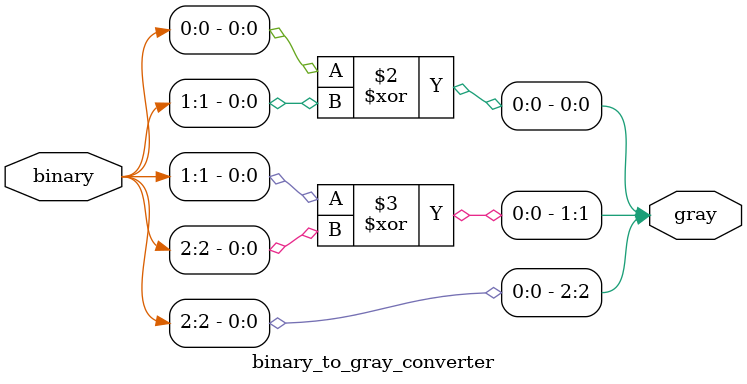
<source format=v>
module binary_to_gray_converter (
  input [2:0] binary,
  output reg [2:0] gray
);

  always @(*) begin
    gray[0] = binary[0] ^ binary[1];
    gray[1] = binary[1] ^ binary[2];
    gray[2] = binary[2];
  end

endmodule

</source>
